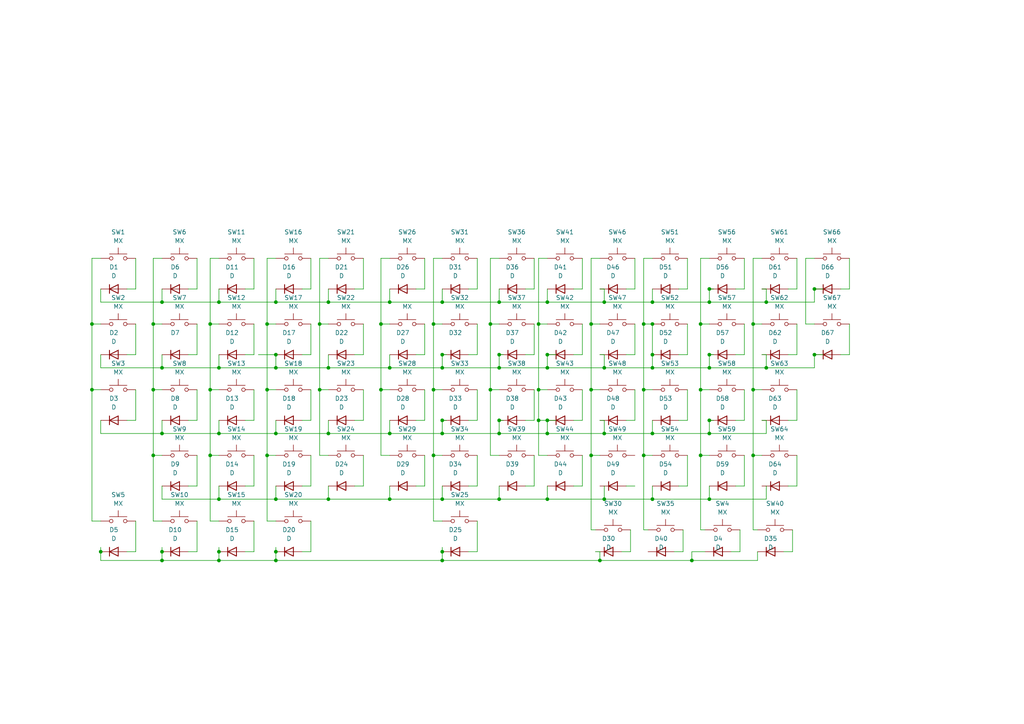
<source format=kicad_sch>
(kicad_sch (version 20231120) (generator "eeschema") (generator_version "8.0")
  (paper "A4")
  (junction (at 44.45 132.08))
  (junction (at 158.75 102.87))
  (junction (at 128.27 121.92))
  (junction (at 63.5 162.56))
  (junction (at 222.25 87.63))
  (junction (at 26.67 93.98))
  (junction (at 95.25 87.63))
  (junction (at 77.47 132.08))
  (junction (at 203.2 93.98))
  (junction (at 156.21 121.92))
  (junction (at 77.47 93.98))
  (junction (at 113.03 125.73))
  (junction (at 128.27 87.63))
  (junction (at 186.69 113.03))
  (junction (at 29.21 160.02))
  (junction (at 95.25 125.73))
  (junction (at 222.25 106.68))
  (junction (at 63.5 87.63))
  (junction (at 144.78 144.78))
  (junction (at 128.27 144.78))
  (junction (at 26.67 113.03))
  (junction (at 128.27 106.68))
  (junction (at 80.01 87.63))
  (junction (at 205.74 87.63))
  (junction (at 205.74 106.68))
  (junction (at 128.27 125.73))
  (junction (at 63.5 125.73))
  (junction (at 144.78 106.68))
  (junction (at 46.99 87.63))
  (junction (at 218.44 113.03))
  (junction (at 205.74 144.78))
  (junction (at 189.23 102.87))
  (junction (at 113.03 87.63))
  (junction (at 171.45 93.98))
  (junction (at 46.99 162.56))
  (junction (at 189.23 125.73))
  (junction (at 92.71 93.98))
  (junction (at 186.69 93.98))
  (junction (at 205.74 83.82))
  (junction (at 189.23 106.68))
  (junction (at 144.78 125.73))
  (junction (at 63.5 144.78))
  (junction (at 128.27 160.02))
  (junction (at 63.5 106.68))
  (junction (at 142.24 93.98))
  (junction (at 173.99 162.56))
  (junction (at 144.78 102.87))
  (junction (at 175.26 144.78))
  (junction (at 110.49 93.98))
  (junction (at 80.01 125.73))
  (junction (at 60.96 113.03))
  (junction (at 80.01 102.87))
  (junction (at 125.73 132.08))
  (junction (at 95.25 106.68))
  (junction (at 156.21 113.03))
  (junction (at 110.49 113.03))
  (junction (at 186.69 132.08))
  (junction (at 80.01 106.68))
  (junction (at 236.22 102.87))
  (junction (at 80.01 144.78))
  (junction (at 205.74 121.92))
  (junction (at 128.27 162.56))
  (junction (at 200.66 162.56))
  (junction (at 125.73 113.03))
  (junction (at 144.78 87.63))
  (junction (at 158.75 87.63))
  (junction (at 205.74 125.73))
  (junction (at 142.24 113.03))
  (junction (at 203.2 132.08))
  (junction (at 144.78 121.92))
  (junction (at 128.27 102.87))
  (junction (at 171.45 113.03))
  (junction (at 125.73 93.98))
  (junction (at 203.2 113.03))
  (junction (at 218.44 132.08))
  (junction (at 44.45 93.98))
  (junction (at 80.01 160.02))
  (junction (at 175.26 125.73))
  (junction (at 46.99 125.73))
  (junction (at 158.75 125.73))
  (junction (at 171.45 132.08))
  (junction (at 189.23 93.98))
  (junction (at 113.03 144.78))
  (junction (at 60.96 132.08))
  (junction (at 80.01 162.56))
  (junction (at 63.5 160.02))
  (junction (at 44.45 113.03))
  (junction (at 205.74 102.87))
  (junction (at 236.22 83.82))
  (junction (at 113.03 106.68))
  (junction (at 175.26 106.68))
  (junction (at 218.44 93.98))
  (junction (at 158.75 121.92))
  (junction (at 46.99 160.02))
  (junction (at 189.23 144.78))
  (junction (at 60.96 93.98))
  (junction (at 92.71 113.03))
  (junction (at 189.23 87.63))
  (junction (at 95.25 144.78))
  (junction (at 158.75 106.68))
  (junction (at 158.75 144.78))
  (junction (at 46.99 106.68))
  (junction (at 77.47 113.03))
  (junction (at 156.21 93.98))
  (junction (at 175.26 87.63))
  (wire (pts (xy 228.6 83.82) (xy 231.14 83.82)))
  (wire (pts (xy 144.78 106.68) (xy 128.27 106.68)))
  (wire (pts (xy 229.87 160.02) (xy 227.33 160.02)))
  (wire (pts (xy 128.27 121.92) (xy 129.54 121.92)))
  (wire (pts (xy 205.74 144.78) (xy 189.23 144.78)))
  (wire (pts (xy 173.99 162.56) (xy 173.99 160.02)))
  (wire (pts (xy 184.15 113.03) (xy 184.15 121.92)))
  (wire (pts (xy 189.23 83.82) (xy 189.23 87.63)))
  (wire (pts (xy 168.91 113.03) (xy 168.91 121.92)))
  (wire (pts (xy 77.47 132.08) (xy 80.01 132.08)))
  (wire (pts (xy 63.5 74.93) (xy 60.96 74.93)))
  (wire (pts (xy 54.61 83.82) (xy 57.15 83.82)))
  (wire (pts (xy 113.03 102.87) (xy 113.03 106.68)))
  (wire (pts (xy 44.45 113.03) (xy 44.45 132.08)))
  (wire (pts (xy 144.78 121.92) (xy 144.78 125.73)))
  (wire (pts (xy 158.75 121.92) (xy 158.75 125.73)))
  (wire (pts (xy 231.14 113.03) (xy 231.14 121.92)))
  (wire (pts (xy 186.69 153.67) (xy 187.96 153.67)))
  (wire (pts (xy 144.78 83.82) (xy 144.78 87.63)))
  (wire (pts (xy 90.17 151.13) (xy 90.17 160.02)))
  (wire (pts (xy 71.12 140.97) (xy 73.66 140.97)))
  (wire (pts (xy 77.47 93.98) (xy 77.47 113.03)))
  (wire (pts (xy 60.96 151.13) (xy 63.5 151.13)))
  (wire (pts (xy 46.99 106.68) (xy 29.21 106.68)))
  (wire (pts (xy 63.5 125.73) (xy 46.99 125.73)))
  (wire (pts (xy 44.45 132.08) (xy 44.45 151.13)))
  (wire (pts (xy 222.25 125.73) (xy 205.74 125.73)))
  (wire (pts (xy 125.73 132.08) (xy 128.27 132.08)))
  (wire (pts (xy 90.17 132.08) (xy 90.17 140.97)))
  (wire (pts (xy 166.37 102.87) (xy 168.91 102.87)))
  (wire (pts (xy 128.27 140.97) (xy 128.27 144.78)))
  (wire (pts (xy 171.45 132.08) (xy 171.45 153.67)))
  (wire (pts (xy 120.65 102.87) (xy 123.19 102.87)))
  (wire (pts (xy 80.01 106.68) (xy 63.5 106.68)))
  (wire (pts (xy 123.19 74.93) (xy 123.19 83.82)))
  (wire (pts (xy 158.75 144.78) (xy 144.78 144.78)))
  (wire (pts (xy 57.15 93.98) (xy 57.15 102.87)))
  (wire (pts (xy 73.66 113.03) (xy 73.66 121.92)))
  (wire (pts (xy 36.83 121.92) (xy 39.37 121.92)))
  (wire (pts (xy 236.22 102.87) (xy 238.76 102.87)))
  (wire (pts (xy 175.26 106.68) (xy 158.75 106.68)))
  (wire (pts (xy 156.21 93.98) (xy 158.75 93.98)))
  (wire (pts (xy 222.25 102.87) (xy 222.25 106.68)))
  (wire (pts (xy 218.44 113.03) (xy 218.44 132.08)))
  (wire (pts (xy 113.03 144.78) (xy 95.25 144.78)))
  (wire (pts (xy 71.12 102.87) (xy 73.66 102.87)))
  (wire (pts (xy 203.2 113.03) (xy 203.2 132.08)))
  (wire (pts (xy 243.84 102.87) (xy 246.38 102.87)))
  (wire (pts (xy 205.74 102.87) (xy 205.74 106.68)))
  (wire (pts (xy 128.27 158.75) (xy 128.27 160.02)))
  (wire (pts (xy 218.44 113.03) (xy 220.98 113.03)))
  (wire (pts (xy 173.99 74.93) (xy 171.45 74.93)))
  (wire (pts (xy 142.24 93.98) (xy 144.78 93.98)))
  (wire (pts (xy 95.25 106.68) (xy 80.01 106.68)))
  (wire (pts (xy 171.45 113.03) (xy 173.99 113.03)))
  (wire (pts (xy 77.47 74.93) (xy 77.47 93.98)))
  (wire (pts (xy 142.24 93.98) (xy 142.24 113.03)))
  (wire (pts (xy 44.45 74.93) (xy 44.45 93.98)))
  (wire (pts (xy 166.37 140.97) (xy 168.91 140.97)))
  (wire (pts (xy 63.5 158.75) (xy 63.5 160.02)))
  (wire (pts (xy 144.78 102.87) (xy 146.05 102.87)))
  (wire (pts (xy 189.23 121.92) (xy 189.23 125.73)))
  (wire (pts (xy 215.9 74.93) (xy 215.9 83.82)))
  (wire (pts (xy 60.96 132.08) (xy 60.96 151.13)))
  (wire (pts (xy 152.4 102.87) (xy 154.94 102.87)))
  (wire (pts (xy 123.19 113.03) (xy 123.19 121.92)))
  (wire (pts (xy 222.25 144.78) (xy 205.74 144.78)))
  (wire (pts (xy 175.26 87.63) (xy 158.75 87.63)))
  (wire (pts (xy 184.15 93.98) (xy 184.15 102.87)))
  (wire (pts (xy 228.6 121.92) (xy 231.14 121.92)))
  (wire (pts (xy 142.24 74.93) (xy 142.24 93.98)))
  (wire (pts (xy 80.01 87.63) (xy 63.5 87.63)))
  (wire (pts (xy 218.44 93.98) (xy 218.44 113.03)))
  (wire (pts (xy 26.67 74.93) (xy 26.67 93.98)))
  (wire (pts (xy 166.37 83.82) (xy 168.91 83.82)))
  (wire (pts (xy 203.2 93.98) (xy 203.2 113.03)))
  (wire (pts (xy 171.45 113.03) (xy 171.45 132.08)))
  (wire (pts (xy 205.74 140.97) (xy 205.74 144.78)))
  (wire (pts (xy 138.43 74.93) (xy 138.43 83.82)))
  (wire (pts (xy 44.45 93.98) (xy 44.45 113.03)))
  (wire (pts (xy 46.99 102.87) (xy 46.99 106.68)))
  (wire (pts (xy 196.85 121.92) (xy 199.39 121.92)))
  (wire (pts (xy 92.71 132.08) (xy 95.25 132.08)))
  (wire (pts (xy 125.73 74.93) (xy 125.73 93.98)))
  (wire (pts (xy 44.45 151.13) (xy 46.99 151.13)))
  (wire (pts (xy 128.27 87.63) (xy 113.03 87.63)))
  (wire (pts (xy 113.03 140.97) (xy 113.03 144.78)))
  (wire (pts (xy 125.73 113.03) (xy 128.27 113.03)))
  (wire (pts (xy 231.14 93.98) (xy 231.14 102.87)))
  (wire (pts (xy 205.74 125.73) (xy 189.23 125.73)))
  (wire (pts (xy 71.12 160.02) (xy 73.66 160.02)))
  (wire (pts (xy 156.21 113.03) (xy 156.21 121.92)))
  (wire (pts (xy 128.27 106.68) (xy 113.03 106.68)))
  (wire (pts (xy 46.99 158.75) (xy 46.99 160.02)))
  (wire (pts (xy 80.01 102.87) (xy 80.01 106.68)))
  (wire (pts (xy 156.21 132.08) (xy 158.75 132.08)))
  (wire (pts (xy 92.71 74.93) (xy 92.71 93.98)))
  (wire (pts (xy 77.47 132.08) (xy 77.47 151.13)))
  (wire (pts (xy 57.15 151.13) (xy 57.15 160.02)))
  (wire (pts (xy 128.27 83.82) (xy 128.27 87.63)))
  (wire (pts (xy 125.73 113.03) (xy 125.73 132.08)))
  (wire (pts (xy 220.98 121.92) (xy 222.25 121.92)))
  (wire (pts (xy 236.22 83.82) (xy 236.22 87.63)))
  (wire (pts (xy 181.61 121.92) (xy 184.15 121.92)))
  (wire (pts (xy 199.39 113.03) (xy 199.39 121.92)))
  (wire (pts (xy 39.37 74.93) (xy 39.37 83.82)))
  (wire (pts (xy 110.49 93.98) (xy 110.49 113.03)))
  (wire (pts (xy 44.45 132.08) (xy 46.99 132.08)))
  (wire (pts (xy 228.6 102.87) (xy 231.14 102.87)))
  (wire (pts (xy 218.44 132.08) (xy 220.98 132.08)))
  (wire (pts (xy 113.03 74.93) (xy 110.49 74.93)))
  (wire (pts (xy 125.73 93.98) (xy 128.27 93.98)))
  (wire (pts (xy 196.85 83.82) (xy 199.39 83.82)))
  (wire (pts (xy 200.66 162.56) (xy 219.71 162.56)))
  (wire (pts (xy 80.01 162.56) (xy 128.27 162.56)))
  (wire (pts (xy 222.25 121.92) (xy 222.25 125.73)))
  (wire (pts (xy 144.78 140.97) (xy 144.78 144.78)))
  (wire (pts (xy 189.23 106.68) (xy 175.26 106.68)))
  (wire (pts (xy 125.73 151.13) (xy 128.27 151.13)))
  (wire (pts (xy 236.22 106.68) (xy 222.25 106.68)))
  (wire (pts (xy 80.01 158.75) (xy 80.01 160.02)))
  (wire (pts (xy 80.01 74.93) (xy 77.47 74.93)))
  (wire (pts (xy 214.63 153.67) (xy 214.63 160.02)))
  (wire (pts (xy 243.84 83.82) (xy 246.38 83.82)))
  (wire (pts (xy 128.27 162.56) (xy 173.99 162.56)))
  (wire (pts (xy 92.71 113.03) (xy 95.25 113.03)))
  (wire (pts (xy 57.15 132.08) (xy 57.15 140.97)))
  (wire (pts (xy 135.89 121.92) (xy 138.43 121.92)))
  (wire (pts (xy 236.22 87.63) (xy 222.25 87.63)))
  (wire (pts (xy 142.24 113.03) (xy 142.24 132.08)))
  (wire (pts (xy 189.23 125.73) (xy 175.26 125.73)))
  (wire (pts (xy 60.96 113.03) (xy 60.96 132.08)))
  (wire (pts (xy 152.4 121.92) (xy 154.94 121.92)))
  (wire (pts (xy 156.21 121.92) (xy 156.21 132.08)))
  (wire (pts (xy 105.41 113.03) (xy 105.41 121.92)))
  (wire (pts (xy 26.67 93.98) (xy 29.21 93.98)))
  (wire (pts (xy 231.14 132.08) (xy 231.14 140.97)))
  (wire (pts (xy 218.44 153.67) (xy 219.71 153.67)))
  (wire (pts (xy 186.69 93.98) (xy 186.69 113.03)))
  (wire (pts (xy 90.17 74.93) (xy 90.17 83.82)))
  (wire (pts (xy 135.89 102.87) (xy 138.43 102.87)))
  (wire (pts (xy 205.74 87.63) (xy 189.23 87.63)))
  (wire (pts (xy 138.43 160.02) (xy 138.43 151.13)))
  (wire (pts (xy 173.99 83.82) (xy 175.26 83.82)))
  (wire (pts (xy 128.27 74.93) (xy 125.73 74.93)))
  (wire (pts (xy 63.5 106.68) (xy 46.99 106.68)))
  (wire (pts (xy 44.45 93.98) (xy 46.99 93.98)))
  (wire (pts (xy 203.2 93.98) (xy 205.74 93.98)))
  (wire (pts (xy 46.99 160.02) (xy 46.99 162.56)))
  (wire (pts (xy 95.25 121.92) (xy 95.25 125.73)))
  (wire (pts (xy 186.69 113.03) (xy 186.69 132.08)))
  (wire (pts (xy 123.19 93.98) (xy 123.19 102.87)))
  (wire (pts (xy 46.99 140.97) (xy 46.99 144.78)))
  (wire (pts (xy 113.03 125.73) (xy 95.25 125.73)))
  (wire (pts (xy 128.27 102.87) (xy 129.54 102.87)))
  (wire (pts (xy 246.38 93.98) (xy 246.38 102.87)))
  (wire (pts (xy 236.22 102.87) (xy 236.22 106.68)))
  (wire (pts (xy 158.75 74.93) (xy 156.21 74.93)))
  (wire (pts (xy 220.98 74.93) (xy 218.44 74.93)))
  (wire (pts (xy 171.45 74.93) (xy 171.45 93.98)))
  (wire (pts (xy 220.98 102.87) (xy 222.25 102.87)))
  (wire (pts (xy 63.5 162.56) (xy 46.99 162.56)))
  (wire (pts (xy 110.49 74.93) (xy 110.49 93.98)))
  (wire (pts (xy 39.37 93.98) (xy 39.37 102.87)))
  (wire (pts (xy 95.25 74.93) (xy 92.71 74.93)))
  (wire (pts (xy 46.99 162.56) (xy 29.21 162.56)))
  (wire (pts (xy 154.94 132.08) (xy 154.94 140.97)))
  (wire (pts (xy 63.5 102.87) (xy 63.5 106.68)))
  (wire (pts (xy 186.69 74.93) (xy 186.69 93.98)))
  (wire (pts (xy 175.26 83.82) (xy 175.26 87.63)))
  (wire (pts (xy 54.61 160.02) (xy 57.15 160.02)))
  (wire (pts (xy 54.61 102.87) (xy 57.15 102.87)))
  (wire (pts (xy 60.96 113.03) (xy 63.5 113.03)))
  (wire (pts (xy 71.12 83.82) (xy 73.66 83.82)))
  (wire (pts (xy 173.99 160.02) (xy 172.72 160.02)))
  (wire (pts (xy 189.23 93.98) (xy 189.23 102.87)))
  (wire (pts (xy 142.24 132.08) (xy 144.78 132.08)))
  (wire (pts (xy 198.12 153.67) (xy 198.12 160.02)))
  (wire (pts (xy 182.88 153.67) (xy 182.88 160.02)))
  (wire (pts (xy 181.61 102.87) (xy 184.15 102.87)))
  (wire (pts (xy 236.22 83.82) (xy 238.76 83.82)))
  (wire (pts (xy 219.71 160.02) (xy 219.71 162.56)))
  (wire (pts (xy 120.65 121.92) (xy 123.19 121.92)))
  (wire (pts (xy 214.63 160.02) (xy 212.09 160.02)))
  (wire (pts (xy 231.14 74.93) (xy 231.14 83.82)))
  (wire (pts (xy 171.45 153.67) (xy 172.72 153.67)))
  (wire (pts (xy 80.01 144.78) (xy 63.5 144.78)))
  (wire (pts (xy 213.36 102.87) (xy 215.9 102.87)))
  (wire (pts (xy 46.99 87.63) (xy 29.21 87.63)))
  (wire (pts (xy 158.75 140.97) (xy 158.75 144.78)))
  (wire (pts (xy 63.5 160.02) (xy 63.5 162.56)))
  (wire (pts (xy 181.61 83.82) (xy 184.15 83.82)))
  (wire (pts (xy 135.89 83.82) (xy 138.43 83.82)))
  (wire (pts (xy 128.27 102.87) (xy 128.27 106.68)))
  (wire (pts (xy 200.66 160.02) (xy 204.47 160.02)))
  (wire (pts (xy 220.98 83.82) (xy 222.25 83.82)))
  (wire (pts (xy 175.26 140.97) (xy 175.26 144.78)))
  (wire (pts (xy 218.44 74.93) (xy 218.44 93.98)))
  (wire (pts (xy 29.21 106.68) (xy 29.21 102.87)))
  (wire (pts (xy 125.73 93.98) (xy 125.73 113.03)))
  (wire (pts (xy 73.66 132.08) (xy 73.66 140.97)))
  (wire (pts (xy 198.12 160.02) (xy 195.58 160.02)))
  (wire (pts (xy 203.2 153.67) (xy 204.47 153.67)))
  (wire (pts (xy 63.5 87.63) (xy 46.99 87.63)))
  (wire (pts (xy 60.96 93.98) (xy 63.5 93.98)))
  (wire (pts (xy 54.61 140.97) (xy 57.15 140.97)))
  (wire (pts (xy 95.25 144.78) (xy 80.01 144.78)))
  (wire (pts (xy 181.61 140.97) (xy 184.15 140.97)))
  (wire (pts (xy 158.75 83.82) (xy 158.75 87.63)))
  (wire (pts (xy 205.74 121.92) (xy 205.74 125.73)))
  (wire (pts (xy 213.36 83.82) (xy 215.9 83.82)))
  (wire (pts (xy 80.01 160.02) (xy 80.01 162.56)))
  (wire (pts (xy 218.44 132.08) (xy 218.44 153.67)))
  (wire (pts (xy 144.78 74.93) (xy 142.24 74.93)))
  (wire (pts (xy 46.99 125.73) (xy 29.21 125.73)))
  (wire (pts (xy 95.25 125.73) (xy 80.01 125.73)))
  (wire (pts (xy 142.24 113.03) (xy 144.78 113.03)))
  (wire (pts (xy 113.03 87.63) (xy 95.25 87.63)))
  (wire (pts (xy 196.85 102.87) (xy 199.39 102.87)))
  (wire (pts (xy 36.83 83.82) (xy 39.37 83.82)))
  (wire (pts (xy 222.25 140.97) (xy 222.25 144.78)))
  (wire (pts (xy 182.88 160.02) (xy 180.34 160.02)))
  (wire (pts (xy 166.37 121.92) (xy 168.91 121.92)))
  (wire (pts (xy 113.03 83.82) (xy 113.03 87.63)))
  (wire (pts (xy 74.93 102.87) (xy 80.01 102.87)))
  (wire (pts (xy 128.27 144.78) (xy 113.03 144.78)))
  (wire (pts (xy 213.36 140.97) (xy 215.9 140.97)))
  (wire (pts (xy 218.44 93.98) (xy 220.98 93.98)))
  (wire (pts (xy 189.23 74.93) (xy 186.69 74.93)))
  (wire (pts (xy 105.41 74.93) (xy 105.41 83.82)))
  (wire (pts (xy 110.49 93.98) (xy 113.03 93.98)))
  (wire (pts (xy 175.26 102.87) (xy 175.26 106.68)))
  (wire (pts (xy 128.27 160.02) (xy 128.27 162.56)))
  (wire (pts (xy 110.49 132.08) (xy 113.03 132.08)))
  (wire (pts (xy 173.99 121.92) (xy 175.26 121.92)))
  (wire (pts (xy 144.78 125.73) (xy 128.27 125.73)))
  (wire (pts (xy 158.75 121.92) (xy 161.29 121.92)))
  (wire (pts (xy 80.01 125.73) (xy 63.5 125.73)))
  (wire (pts (xy 156.21 93.98) (xy 156.21 113.03)))
  (wire (pts (xy 138.43 93.98) (xy 138.43 102.87)))
  (wire (pts (xy 92.71 93.98) (xy 92.71 113.03)))
  (wire (pts (xy 26.67 113.03) (xy 26.67 151.13)))
  (wire (pts (xy 215.9 132.08) (xy 215.9 140.97)))
  (wire (pts (xy 215.9 113.03) (xy 215.9 121.92)))
  (wire (pts (xy 95.25 140.97) (xy 95.25 144.78)))
  (wire (pts (xy 171.45 93.98) (xy 171.45 113.03)))
  (wire (pts (xy 135.89 160.02) (xy 138.43 160.02)))
  (wire (pts (xy 63.5 144.78) (xy 46.99 144.78)))
  (wire (pts (xy 80.01 83.82) (xy 80.01 87.63)))
  (wire (pts (xy 80.01 121.92) (xy 80.01 125.73)))
  (wire (pts (xy 87.63 83.82) (xy 90.17 83.82)))
  (wire (pts (xy 102.87 121.92) (xy 105.41 121.92)))
  (wire (pts (xy 39.37 113.03) (xy 39.37 121.92)))
  (wire (pts (xy 110.49 113.03) (xy 110.49 132.08)))
  (wire (pts (xy 156.21 74.93) (xy 156.21 93.98)))
  (wire (pts (xy 203.2 74.93) (xy 203.2 93.98)))
  (wire (pts (xy 39.37 151.13) (xy 39.37 160.02)))
  (wire (pts (xy 105.41 93.98) (xy 105.41 102.87)))
  (wire (pts (xy 199.39 132.08) (xy 199.39 140.97)))
  (wire (pts (xy 63.5 140.97) (xy 63.5 144.78)))
  (wire (pts (xy 36.83 160.02) (xy 39.37 160.02)))
  (wire (pts (xy 87.63 121.92) (xy 90.17 121.92)))
  (wire (pts (xy 123.19 132.08) (xy 123.19 140.97)))
  (wire (pts (xy 57.15 74.93) (xy 57.15 83.82)))
  (wire (pts (xy 205.74 83.82) (xy 207.01 83.82)))
  (wire (pts (xy 46.99 121.92) (xy 46.99 125.73)))
  (wire (pts (xy 173.99 162.56) (xy 200.66 162.56)))
  (wire (pts (xy 205.74 106.68) (xy 189.23 106.68)))
  (wire (pts (xy 173.99 102.87) (xy 175.26 102.87)))
  (wire (pts (xy 60.96 132.08) (xy 63.5 132.08)))
  (wire (pts (xy 175.26 121.92) (xy 175.26 125.73)))
  (wire (pts (xy 87.63 140.97) (xy 90.17 140.97)))
  (wire (pts (xy 77.47 113.03) (xy 80.01 113.03)))
  (wire (pts (xy 144.78 102.87) (xy 144.78 106.68)))
  (wire (pts (xy 87.63 160.02) (xy 90.17 160.02)))
  (wire (pts (xy 168.91 93.98) (xy 168.91 102.87)))
  (wire (pts (xy 222.25 106.68) (xy 205.74 106.68)))
  (wire (pts (xy 57.15 113.03) (xy 57.15 121.92)))
  (wire (pts (xy 175.26 144.78) (xy 158.75 144.78)))
  (wire (pts (xy 154.94 74.93) (xy 154.94 83.82)))
  (wire (pts (xy 29.21 74.93) (xy 26.67 74.93)))
  (wire (pts (xy 110.49 113.03) (xy 113.03 113.03)))
  (wire (pts (xy 158.75 87.63) (xy 144.78 87.63)))
  (wire (pts (xy 63.5 83.82) (xy 63.5 87.63)))
  (wire (pts (xy 144.78 87.63) (xy 128.27 87.63)))
  (wire (pts (xy 113.03 106.68) (xy 95.25 106.68)))
  (wire (pts (xy 113.03 121.92) (xy 113.03 125.73)))
  (wire (pts (xy 63.5 121.92) (xy 63.5 125.73)))
  (wire (pts (xy 215.9 93.98) (xy 215.9 102.87)))
  (wire (pts (xy 46.99 74.93) (xy 44.45 74.93)))
  (wire (pts (xy 196.85 140.97) (xy 199.39 140.97)))
  (wire (pts (xy 229.87 153.67) (xy 229.87 160.02)))
  (wire (pts (xy 60.96 93.98) (xy 60.96 113.03)))
  (wire (pts (xy 186.69 132.08) (xy 186.69 153.67)))
  (wire (pts (xy 168.91 74.93) (xy 168.91 83.82)))
  (wire (pts (xy 171.45 93.98) (xy 173.99 93.98)))
  (wire (pts (xy 222.25 87.63) (xy 205.74 87.63)))
  (wire (pts (xy 158.75 125.73) (xy 144.78 125.73)))
  (wire (pts (xy 189.23 102.87) (xy 189.23 106.68)))
  (wire (pts (xy 189.23 144.78) (xy 175.26 144.78)))
  (wire (pts (xy 87.63 102.87) (xy 90.17 102.87)))
  (wire (pts (xy 44.45 113.03) (xy 46.99 113.03)))
  (wire (pts (xy 60.96 74.93) (xy 60.96 93.98)))
  (wire (pts (xy 120.65 83.82) (xy 123.19 83.82)))
  (wire (pts (xy 102.87 83.82) (xy 105.41 83.82)))
  (wire (pts (xy 152.4 140.97) (xy 154.94 140.97)))
  (wire (pts (xy 125.73 132.08) (xy 125.73 151.13)))
  (wire (pts (xy 203.2 132.08) (xy 205.74 132.08)))
  (wire (pts (xy 95.25 83.82) (xy 95.25 87.63)))
  (wire (pts (xy 154.94 113.03) (xy 154.94 121.92)))
  (wire (pts (xy 154.94 93.98) (xy 154.94 102.87)))
  (wire (pts (xy 95.25 87.63) (xy 80.01 87.63)))
  (wire (pts (xy 102.87 140.97) (xy 105.41 140.97)))
  (wire (pts (xy 186.69 93.98) (xy 189.23 93.98)))
  (wire (pts (xy 199.39 74.93) (xy 199.39 83.82)))
  (wire (pts (xy 168.91 132.08) (xy 168.91 140.97)))
  (wire (pts (xy 80.01 140.97) (xy 80.01 144.78)))
  (wire (pts (xy 54.61 121.92) (xy 57.15 121.92)))
  (wire (pts (xy 158.75 102.87) (xy 161.29 102.87)))
  (wire (pts (xy 171.45 132.08) (xy 173.99 132.08)))
  (wire (pts (xy 95.25 102.87) (xy 95.25 106.68)))
  (wire (pts (xy 156.21 113.03) (xy 158.75 113.03)))
  (wire (pts (xy 138.43 132.08) (xy 138.43 140.97)))
  (wire (pts (xy 228.6 140.97) (xy 231.14 140.97)))
  (wire (pts (xy 203.2 132.08) (xy 203.2 153.67)))
  (wire (pts (xy 213.36 121.92) (xy 215.9 121.92)))
  (wire (pts (xy 205.74 102.87) (xy 207.01 102.87)))
  (wire (pts (xy 77.47 93.98) (xy 80.01 93.98)))
  (wire (pts (xy 205.74 74.93) (xy 203.2 74.93)))
  (wire (pts (xy 144.78 121.92) (xy 146.05 121.92)))
  (wire (pts (xy 184.15 74.93) (xy 184.15 83.82)))
  (wire (pts (xy 105.41 132.08) (xy 105.41 140.97)))
  (wire (pts (xy 73.66 74.93) (xy 73.66 83.82)))
  (wire (pts (xy 46.99 83.82) (xy 46.99 87.63)))
  (wire (pts (xy 203.2 113.03) (xy 205.74 113.03)))
  (wire (pts (xy 92.71 93.98) (xy 95.25 93.98)))
  (wire (pts (xy 186.69 132.08) (xy 189.23 132.08)))
  (wire (pts (xy 152.4 83.82) (xy 154.94 83.82)))
  (wire (pts (xy 71.12 121.92) (xy 73.66 121.92)))
  (wire (pts (xy 29.21 125.73) (xy 29.21 121.92)))
  (wire (pts (xy 246.38 74.93) (xy 246.38 83.82)))
  (wire (pts (xy 233.68 74.93) (xy 233.68 93.98)))
  (wire (pts (xy 36.83 102.87) (xy 39.37 102.87)))
  (wire (pts (xy 29.21 160.02) (xy 29.21 158.75)))
  (wire (pts (xy 77.47 113.03) (xy 77.47 132.08)))
  (wire (pts (xy 135.89 140.97) (xy 138.43 140.97)))
  (wire (pts (xy 186.69 113.03) (xy 189.23 113.03)))
  (wire (pts (xy 233.68 93.98) (xy 236.22 93.98)))
  (wire (pts (xy 205.74 121.92) (xy 207.01 121.92)))
  (wire (pts (xy 138.43 113.03) (xy 138.43 121.92)))
  (wire (pts (xy 120.65 140.97) (xy 123.19 140.97)))
  (wire (pts (xy 26.67 113.03) (xy 29.21 113.03)))
  (wire (pts (xy 80.01 162.56) (xy 63.5 162.56)))
  (wire (pts (xy 156.21 121.92) (xy 158.75 121.92)))
  (wire (pts (xy 77.47 151.13) (xy 80.01 151.13)))
  (wire (pts (xy 189.23 140.97) (xy 189.23 144.78)))
  (wire (pts (xy 29.21 162.56) (xy 29.21 160.02)))
  (wire (pts (xy 73.66 151.13) (xy 73.66 160.02)))
  (wire (pts (xy 158.75 102.87) (xy 158.75 106.68)))
  (wire (pts (xy 128.27 125.73) (xy 113.03 125.73)))
  (wire (pts (xy 205.74 83.82) (xy 205.74 87.63)))
  (wire (pts (xy 128.27 121.92) (xy 128.27 125.73)))
  (wire (pts (xy 200.66 162.56) (xy 200.66 160.02)))
  (wire (pts (xy 158.75 106.68) (xy 144.78 106.68)))
  (wire (pts (xy 189.23 87.63) (xy 175.26 87.63)))
  (wire (pts (xy 73.66 93.98) (xy 73.66 102.87)))
  (wire (pts (xy 92.71 113.03) (xy 92.71 132.08)))
  (wire (pts (xy 199.39 93.98) (xy 199.39 102.87)))
  (wire (pts (xy 144.78 144.78) (xy 128.27 144.78)))
  (wire (pts (xy 236.22 74.93) (xy 233.68 74.93)))
  (wire (pts (xy 26.67 93.98) (xy 26.67 113.03)))
  (wire (pts (xy 90.17 93.98) (xy 90.17 102.87)))
  (wire (pts (xy 102.87 102.87) (xy 105.41 102.87)))
  (wire (pts (xy 222.25 83.82) (xy 222.25 87.63)))
  (wire (pts (xy 29.21 87.63) (xy 29.21 83.82)))
  (wire (pts (xy 26.67 151.13) (xy 29.21 151.13)))
  (wire (pts (xy 90.17 113.03) (xy 90.17 121.92)))
  (wire (pts (xy 175.26 125.73) (xy 158.75 125.73)))
  (symbol (lib_id "Switch:SW_Push") (at 133.35 113.03 0) (unit 1)
    (property "Reference" "SW33" (at 133.35 105.41 0))
    (property "Value" "MX" (at 133.35 107.95 0))
    (property "Description" "Push button switch, generic, two pins" (effects (hide yes)))
  )
  (symbol (lib_id "Switch:SW_Push") (at 68.58 74.93 0) (unit 1)
    (property "Reference" "SW11" (at 68.58 67.31 0))
    (property "Value" "MX" (at 68.58 69.85 0))
    (property "Description" "Push button switch, generic, two pins" (effects (hide yes)))
  )
  (symbol (lib_id "Device:D") (at 224.79 83.82 0) (unit 1)
    (property "Reference" "D61" (at 224.79 77.47 0))
    (property "Value" "D" (at 224.79 80.01 0))
    (property "Description" "Diode" (effects (hide yes)))
    (property "Sim.Device" "D" (effects (hide yes)))
    (property "Sim.Pins" "1=K 2=A" (effects (hide yes)))
  )
  (symbol (lib_id "Device:D") (at 148.59 102.87 0) (unit 1)
    (property "Reference" "D37" (at 148.59 96.52 0))
    (property "Value" "D" (at 148.59 99.06 0))
    (property "Description" "Diode" (effects (hide yes)))
    (property "Sim.Device" "D" (effects (hide yes)))
    (property "Sim.Pins" "1=K 2=A" (effects (hide yes)))
  )
  (symbol (lib_id "Switch:SW_Push") (at 68.58 93.98 0) (unit 1)
    (property "Reference" "SW12" (at 68.58 86.36 0))
    (property "Value" "MX" (at 68.58 88.9 0))
    (property "Description" "Push button switch, generic, two pins" (effects (hide yes)))
  )
  (symbol (lib_id "Switch:SW_Push") (at 179.07 113.03 0) (unit 1)
    (property "Reference" "SW48" (at 179.07 105.41 0))
    (property "Value" "MX" (at 179.07 107.95 0))
    (property "Description" "Push button switch, generic, two pins" (effects (hide yes)))
  )
  (symbol (lib_id "Switch:SW_Push") (at 118.11 132.08 0) (unit 1)
    (property "Reference" "SW29" (at 118.11 124.46 0))
    (property "Value" "MX" (at 118.11 127 0))
    (property "Description" "Push button switch, generic, two pins" (effects (hide yes)))
  )
  (symbol (lib_id "Switch:SW_Push") (at 194.31 113.03 0) (unit 1)
    (property "Reference" "SW53" (at 194.31 105.41 0))
    (property "Value" "MX" (at 194.31 107.95 0))
    (property "Description" "Push button switch, generic, two pins" (effects (hide yes)))
  )
  (symbol (lib_id "Device:D") (at 209.55 140.97 0) (unit 1)
    (property "Reference" "D59" (at 209.55 134.62 0))
    (property "Value" "D" (at 209.55 137.16 0))
    (property "Description" "Diode" (effects (hide yes)))
    (property "Sim.Device" "D" (effects (hide yes)))
    (property "Sim.Pins" "1=K 2=A" (effects (hide yes)))
  )
  (symbol (lib_id "Switch:SW_Push") (at 52.07 113.03 0) (unit 1)
    (property "Reference" "SW8" (at 52.07 105.41 0))
    (property "Value" "MX" (at 52.07 107.95 0))
    (property "Description" "Push button switch, generic, two pins" (effects (hide yes)))
  )
  (symbol (lib_id "Device:D") (at 162.56 102.87 0) (unit 1)
    (property "Reference" "D42" (at 162.56 96.52 0))
    (property "Value" "D" (at 162.56 99.06 0))
    (property "Description" "Diode" (effects (hide yes)))
    (property "Sim.Device" "D" (effects (hide yes)))
    (property "Sim.Pins" "1=K 2=A" (effects (hide yes)))
  )
  (symbol (lib_id "Device:D") (at 116.84 140.97 0) (unit 1)
    (property "Reference" "D29" (at 116.84 134.62 0))
    (property "Value" "D" (at 116.84 137.16 0))
    (property "Description" "Diode" (effects (hide yes)))
    (property "Sim.Device" "D" (effects (hide yes)))
    (property "Sim.Pins" "1=K 2=A" (effects (hide yes)))
  )
  (symbol (lib_id "Device:D") (at 33.02 160.02 0) (unit 1)
    (property "Reference" "D5" (at 33.02 153.67 0))
    (property "Value" "D" (at 33.02 156.21 0))
    (property "Description" "Diode" (effects (hide yes)))
    (property "Sim.Device" "D" (effects (hide yes)))
    (property "Sim.Pins" "1=K 2=A" (effects (hide yes)))
  )
  (symbol (lib_id "Switch:SW_Push") (at 85.09 113.03 0) (unit 1)
    (property "Reference" "SW18" (at 85.09 105.41 0))
    (property "Value" "MX" (at 85.09 107.95 0))
    (property "Description" "Push button switch, generic, two pins" (effects (hide yes)))
  )
  (symbol (lib_id "Device:D") (at 208.28 160.02 0) (unit 1)
    (property "Reference" "D4" (at 208.28 156.21 0))
    (property "Value" "D" (at 208.28 158.75 0))
    (property "Description" "Diode" (effects (hide yes)))
    (property "Sim.Device" "D" (effects (hide yes)))
    (property "Sim.Pins" "1=K 2=A" (effects (hide yes)))
  )
  (symbol (lib_id "Device:D") (at 116.84 102.87 0) (unit 1)
    (property "Reference" "D27" (at 116.84 96.52 0))
    (property "Value" "D" (at 116.84 99.06 0))
    (property "Description" "Diode" (effects (hide yes)))
    (property "Sim.Device" "D" (effects (hide yes)))
    (property "Sim.Pins" "1=K 2=A" (effects (hide yes)))
  )
  (symbol (lib_id "Device:D") (at 162.56 121.92 0) (unit 1)
    (property "Reference" "D43" (at 162.56 115.57 0))
    (property "Value" "D" (at 162.56 118.11 0))
    (property "Description" "Diode" (effects (hide yes)))
    (property "Sim.Device" "D" (effects (hide yes)))
    (property "Sim.Pins" "1=K 2=A" (effects (hide yes)))
  )
  (symbol (lib_id "Switch:SW_Push") (at 226.06 74.93 0) (unit 1)
    (property "Reference" "SW61" (at 226.06 67.31 0))
    (property "Value" "MX" (at 226.06 69.85 0))
    (property "Description" "Push button switch, generic, two pins" (effects (hide yes)))
  )
  (symbol (lib_id "Switch:SW_Push") (at 179.07 132.08 0) (unit 1)
    (property "Reference" "SW49" (at 179.07 124.46 0))
    (property "Value" "MX" (at 179.07 127 0))
    (property "Description" "Push button switch, generic, two pins" (effects (hide yes)))
  )
  (symbol (lib_id "Switch:SW_Push") (at 179.07 74.93 0) (unit 1)
    (property "Reference" "SW46" (at 179.07 67.31 0))
    (property "Value" "MX" (at 179.07 69.85 0))
    (property "Description" "Push button switch, generic, two pins" (effects (hide yes)))
  )
  (symbol (lib_id "Device:D") (at 162.56 140.97 0) (unit 1)
    (property "Reference" "D44" (at 162.56 134.62 0))
    (property "Value" "D" (at 162.56 137.16 0))
    (property "Description" "Diode" (effects (hide yes)))
    (property "Sim.Device" "D" (effects (hide yes)))
    (property "Sim.Pins" "1=K 2=A" (effects (hide yes)))
  )
  (symbol (lib_id "Device:D") (at 193.04 140.97 0) (unit 1)
    (property "Reference" "D54" (at 193.04 134.62 0))
    (property "Value" "D" (at 193.04 137.16 0))
    (property "Description" "Diode" (effects (hide yes)))
    (property "Sim.Device" "D" (effects (hide yes)))
    (property "Sim.Pins" "1=K 2=A" (effects (hide yes)))
  )
  (symbol (lib_id "Switch:SW_Push") (at 241.3 74.93 0) (unit 1)
    (property "Reference" "SW66" (at 241.3 67.31 0))
    (property "Value" "MX" (at 241.3 69.85 0))
    (property "Description" "Push button switch, generic, two pins" (effects (hide yes)))
  )
  (symbol (lib_id "Switch:SW_Push") (at 149.86 74.93 0) (unit 1)
    (property "Reference" "SW36" (at 149.86 67.31 0))
    (property "Value" "MX" (at 149.86 69.85 0))
    (property "Description" "Push button switch, generic, two pins" (effects (hide yes)))
  )
  (symbol (lib_id "Device:D") (at 83.82 121.92 0) (unit 1)
    (property "Reference" "D18" (at 83.82 115.57 0))
    (property "Value" "D" (at 83.82 118.11 0))
    (property "Description" "Diode" (effects (hide yes)))
    (property "Sim.Device" "D" (effects (hide yes)))
    (property "Sim.Pins" "1=K 2=A" (effects (hide yes)))
  )
  (symbol (lib_id "Switch:SW_Push") (at 100.33 93.98 0) (unit 1)
    (property "Reference" "SW22" (at 100.33 86.36 0))
    (property "Value" "MX" (at 100.33 88.9 0))
    (property "Description" "Push button switch, generic, two pins" (effects (hide yes)))
  )
  (symbol (lib_id "Device:D") (at 132.08 83.82 0) (unit 1)
    (property "Reference" "D31" (at 132.08 77.47 0))
    (property "Value" "D" (at 132.08 80.01 0))
    (property "Description" "Diode" (effects (hide yes)))
    (property "Sim.Device" "D" (effects (hide yes)))
    (property "Sim.Pins" "1=K 2=A" (effects (hide yes)))
  )
  (symbol (lib_id "Switch:SW_Push") (at 133.35 74.93 0) (unit 1)
    (property "Reference" "SW31" (at 133.35 67.31 0))
    (property "Value" "MX" (at 133.35 69.85 0))
    (property "Description" "Push button switch, generic, two pins" (effects (hide yes)))
  )
  (symbol (lib_id "Device:D") (at 177.8 102.87 0) (unit 1)
    (property "Reference" "D47" (at 177.8 96.52 0))
    (property "Value" "D" (at 177.8 99.06 0))
    (property "Description" "Diode" (effects (hide yes)))
    (property "Sim.Device" "D" (effects (hide yes)))
    (property "Sim.Pins" "1=K 2=A" (effects (hide yes)))
  )
  (symbol (lib_id "Switch:SW_Push") (at 179.07 93.98 0) (unit 1)
    (property "Reference" "SW47" (at 179.07 86.36 0))
    (property "Value" "MX" (at 179.07 88.9 0))
    (property "Description" "Push button switch, generic, two pins" (effects (hide yes)))
  )
  (symbol (lib_id "Device:D") (at 132.08 121.92 0) (unit 1)
    (property "Reference" "D33" (at 132.08 115.57 0))
    (property "Value" "D" (at 132.08 118.11 0))
    (property "Description" "Diode" (effects (hide yes)))
    (property "Sim.Device" "D" (effects (hide yes)))
    (property "Sim.Pins" "1=K 2=A" (effects (hide yes)))
  )
  (symbol (lib_id "Switch:SW_Push") (at 163.83 132.08 0) (unit 1)
    (property "Reference" "SW44" (at 163.83 124.46 0))
    (property "Value" "MX" (at 163.83 127 0))
    (property "Description" "Push button switch, generic, two pins" (effects (hide yes)))
  )
  (symbol (lib_id "Device:D") (at 33.02 121.92 0) (unit 1)
    (property "Reference" "D3" (at 33.02 115.57 0))
    (property "Value" "D" (at 33.02 118.11 0))
    (property "Description" "Diode" (effects (hide yes)))
    (property "Sim.Device" "D" (effects (hide yes)))
    (property "Sim.Pins" "1=K 2=A" (effects (hide yes)))
  )
  (symbol (lib_id "Device:D") (at 67.31 102.87 0) (unit 1)
    (property "Reference" "D12" (at 67.31 96.52 0))
    (property "Value" "D" (at 67.31 99.06 0))
    (property "Description" "Diode" (effects (hide yes)))
    (property "Sim.Device" "D" (effects (hide yes)))
    (property "Sim.Pins" "1=K 2=A" (effects (hide yes)))
  )
  (symbol (lib_id "Switch:SW_Push") (at 85.09 74.93 0) (unit 1)
    (property "Reference" "SW16" (at 85.09 67.31 0))
    (property "Value" "MX" (at 85.09 69.85 0))
    (property "Description" "Push button switch, generic, two pins" (effects (hide yes)))
  )
  (symbol (lib_id "Device:D") (at 177.8 121.92 0) (unit 1)
    (property "Reference" "D48" (at 177.8 115.57 0))
    (property "Value" "D" (at 177.8 118.11 0))
    (property "Description" "Diode" (effects (hide yes)))
    (property "Sim.Device" "D" (effects (hide yes)))
    (property "Sim.Pins" "1=K 2=A" (effects (hide yes)))
  )
  (symbol (lib_id "Switch:SW_Push") (at 34.29 93.98 0) (unit 1)
    (property "Reference" "SW2" (at 34.29 86.36 0))
    (property "Value" "MX" (at 34.29 88.9 0))
    (property "Description" "Push button switch, generic, two pins" (effects (hide yes)))
  )
  (symbol (lib_id "Device:D") (at 224.79 140.97 0) (unit 1)
    (property "Reference" "D64" (at 224.79 134.62 0))
    (property "Value" "D" (at 224.79 137.16 0))
    (property "Description" "Diode" (effects (hide yes)))
    (property "Sim.Device" "D" (effects (hide yes)))
    (property "Sim.Pins" "1=K 2=A" (effects (hide yes)))
  )
  (symbol (lib_id "Switch:SW_Push") (at 149.86 93.98 0) (unit 1)
    (property "Reference" "SW37" (at 149.86 86.36 0))
    (property "Value" "MX" (at 149.86 88.9 0))
    (property "Description" "Push button switch, generic, two pins" (effects (hide yes)))
  )
  (symbol (lib_id "Switch:SW_Push") (at 210.82 132.08 0) (unit 1)
    (property "Reference" "SW59" (at 210.82 124.46 0))
    (property "Value" "MX" (at 210.82 127 0))
    (property "Description" "Push button switch, generic, two pins" (effects (hide yes)))
  )
  (symbol (lib_id "Device:D") (at 50.8 160.02 0) (unit 1)
    (property "Reference" "D10" (at 50.8 153.67 0))
    (property "Value" "D" (at 50.8 156.21 0))
    (property "Description" "Diode" (effects (hide yes)))
    (property "Sim.Device" "D" (effects (hide yes)))
    (property "Sim.Pins" "1=K 2=A" (effects (hide yes)))
  )
  (symbol (lib_id "Device:D") (at 83.82 160.02 0) (unit 1)
    (property "Reference" "D20" (at 83.82 153.67 0))
    (property "Value" "D" (at 83.82 156.21 0))
    (property "Description" "Diode" (effects (hide yes)))
    (property "Sim.Device" "D" (effects (hide yes)))
    (property "Sim.Pins" "1=K 2=A" (effects (hide yes)))
  )
  (symbol (lib_id "Switch:SW_Push") (at 68.58 113.03 0) (unit 1)
    (property "Reference" "SW13" (at 68.58 105.41 0))
    (property "Value" "MX" (at 68.58 107.95 0))
    (property "Description" "Push button switch, generic, two pins" (effects (hide yes)))
  )
  (symbol (lib_id "Switch:SW_Push") (at 226.06 93.98 0) (unit 1)
    (property "Reference" "SW62" (at 226.06 86.36 0))
    (property "Value" "MX" (at 226.06 88.9 0))
    (property "Description" "Push button switch, generic, two pins" (effects (hide yes)))
  )
  (symbol (lib_id "Switch:SW_Push") (at 100.33 113.03 0) (unit 1)
    (property "Reference" "SW23" (at 100.33 105.41 0))
    (property "Value" "MX" (at 100.33 107.95 0))
    (property "Description" "Push button switch, generic, two pins" (effects (hide yes)))
  )
  (symbol (lib_id "Switch:SW_Push") (at 118.11 74.93 0) (unit 1)
    (property "Reference" "SW26" (at 118.11 67.31 0))
    (property "Value" "MX" (at 118.11 69.85 0))
    (property "Description" "Push button switch, generic, two pins" (effects (hide yes)))
  )
  (symbol (lib_id "Device:D") (at 50.8 83.82 0) (unit 1)
    (property "Reference" "D6" (at 50.8 77.47 0))
    (property "Value" "D" (at 50.8 80.01 0))
    (property "Description" "Diode" (effects (hide yes)))
    (property "Sim.Device" "D" (effects (hide yes)))
    (property "Sim.Pins" "1=K 2=A" (effects (hide yes)))
  )
  (symbol (lib_id "Switch:SW_Push") (at 118.11 113.03 0) (unit 1)
    (property "Reference" "SW28" (at 118.11 105.41 0))
    (property "Value" "MX" (at 118.11 107.95 0))
    (property "Description" "Push button switch, generic, two pins" (effects (hide yes)))
  )
  (symbol (lib_id "Switch:SW_Push") (at 100.33 132.08 0) (unit 1)
    (property "Reference" "SW24" (at 100.33 124.46 0))
    (property "Value" "MX" (at 100.33 127 0))
    (property "Description" "Push button switch, generic, two pins" (effects (hide yes)))
  )
  (symbol (lib_id "Device:D") (at 223.52 160.02 0) (unit 1)
    (property "Reference" "D35" (at 223.52 156.21 0))
    (property "Value" "D" (at 223.52 158.75 0))
    (property "Description" "Diode" (effects (hide yes)))
    (property "Sim.Device" "D" (effects (hide yes)))
    (property "Sim.Pins" "1=K 2=A" (effects (hide yes)))
  )
  (symbol (lib_id "Device:D") (at 116.84 121.92 0) (unit 1)
    (property "Reference" "D28" (at 116.84 115.57 0))
    (property "Value" "D" (at 116.84 118.11 0))
    (property "Description" "Diode" (effects (hide yes)))
    (property "Sim.Device" "D" (effects (hide yes)))
    (property "Sim.Pins" "1=K 2=A" (effects (hide yes)))
  )
  (symbol (lib_id "Switch:SW_Push") (at 34.29 151.13 0) (unit 1)
    (property "Reference" "SW5" (at 34.29 143.51 0))
    (property "Value" "MX" (at 34.29 146.05 0))
    (property "Description" "Push button switch, generic, two pins" (effects (hide yes)))
  )
  (symbol (lib_id "Switch:SW_Push") (at 100.33 74.93 0) (unit 1)
    (property "Reference" "SW21" (at 100.33 67.31 0))
    (property "Value" "MX" (at 100.33 69.85 0))
    (property "Description" "Push button switch, generic, two pins" (effects (hide yes)))
  )
  (symbol (lib_id "Switch:SW_Push") (at 194.31 132.08 0) (unit 1)
    (property "Reference" "SW54" (at 194.31 124.46 0))
    (property "Value" "MX" (at 194.31 127 0))
    (property "Description" "Push button switch, generic, two pins" (effects (hide yes)))
  )
  (symbol (lib_id "Device:D") (at 99.06 102.87 0) (unit 1)
    (property "Reference" "D22" (at 99.06 96.52 0))
    (property "Value" "D" (at 99.06 99.06 0))
    (property "Description" "Diode" (effects (hide yes)))
    (property "Sim.Device" "D" (effects (hide yes)))
    (property "Sim.Pins" "1=K 2=A" (effects (hide yes)))
  )
  (symbol (lib_id "Device:D") (at 240.03 102.87 0) (unit 1)
    (property "Reference" "D67" (at 240.03 96.52 0))
    (property "Value" "D" (at 240.03 99.06 0))
    (property "Description" "Diode" (effects (hide yes)))
    (property "Sim.Device" "D" (effects (hide yes)))
    (property "Sim.Pins" "1=K 2=A" (effects (hide yes)))
  )
  (symbol (lib_id "Switch:SW_Push") (at 133.35 151.13 0) (unit 1)
    (property "Reference" "SW25" (at 133.35 143.51 0))
    (property "Value" "MX" (at 133.35 146.05 0))
    (property "Description" "Push button switch, generic, two pins" (effects (hide yes)))
  )
  (symbol (lib_id "Switch:SW_Push") (at 210.82 93.98 0) (unit 1)
    (property "Reference" "SW57" (at 210.82 86.36 0))
    (property "Value" "MX" (at 210.82 88.9 0))
    (property "Description" "Push button switch, generic, two pins" (effects (hide yes)))
  )
  (symbol (lib_id "Device:D") (at 83.82 83.82 0) (unit 1)
    (property "Reference" "D16" (at 83.82 77.47 0))
    (property "Value" "D" (at 83.82 80.01 0))
    (property "Description" "Diode" (effects (hide yes)))
    (property "Sim.Device" "D" (effects (hide yes)))
    (property "Sim.Pins" "1=K 2=A" (effects (hide yes)))
  )
  (symbol (lib_id "Device:D") (at 177.8 83.82 0) (unit 1)
    (property "Reference" "D46" (at 177.8 77.47 0))
    (property "Value" "D" (at 177.8 80.01 0))
    (property "Description" "Diode" (effects (hide yes)))
    (property "Sim.Device" "D" (effects (hide yes)))
    (property "Sim.Pins" "1=K 2=A" (effects (hide yes)))
  )
  (symbol (lib_id "Device:D") (at 116.84 83.82 0) (unit 1)
    (property "Reference" "D26" (at 116.84 77.47 0))
    (property "Value" "D" (at 116.84 80.01 0))
    (property "Description" "Diode" (effects (hide yes)))
    (property "Sim.Device" "D" (effects (hide yes)))
    (property "Sim.Pins" "1=K 2=A" (effects (hide yes)))
  )
  (symbol (lib_id "Device:D") (at 162.56 83.82 0) (unit 1)
    (property "Reference" "D41" (at 162.56 77.47 0))
    (property "Value" "D" (at 162.56 80.01 0))
    (property "Description" "Diode" (effects (hide yes)))
    (property "Sim.Device" "D" (effects (hide yes)))
    (property "Sim.Pins" "1=K 2=A" (effects (hide yes)))
  )
  (symbol (lib_id "Device:D") (at 83.82 102.87 0) (unit 1)
    (property "Reference" "D17" (at 83.82 96.52 0))
    (property "Value" "D" (at 83.82 99.06 0))
    (property "Description" "Diode" (effects (hide yes)))
    (property "Sim.Device" "D" (effects (hide yes)))
    (property "Sim.Pins" "1=K 2=A" (effects (hide yes)))
  )
  (symbol (lib_id "Device:D") (at 50.8 121.92 0) (unit 1)
    (property "Reference" "D8" (at 50.8 115.57 0))
    (property "Value" "D" (at 50.8 118.11 0))
    (property "Description" "Diode" (effects (hide yes)))
    (property "Sim.Device" "D" (effects (hide yes)))
    (property "Sim.Pins" "1=K 2=A" (effects (hide yes)))
  )
  (symbol (lib_id "Device:D") (at 240.03 83.82 0) (unit 1)
    (property "Reference" "D66" (at 240.03 77.47 0))
    (property "Value" "D" (at 240.03 80.01 0))
    (property "Description" "Diode" (effects (hide yes)))
    (property "Sim.Device" "D" (effects (hide yes)))
    (property "Sim.Pins" "1=K 2=A" (effects (hide yes)))
  )
  (symbol (lib_id "Switch:SW_Push") (at 241.3 93.98 0) (unit 1)
    (property "Reference" "SW67" (at 241.3 86.36 0))
    (property "Value" "MX" (at 241.3 88.9 0))
    (property "Description" "Push button switch, generic, two pins" (effects (hide yes)))
  )
  (symbol (lib_id "Switch:SW_Push") (at 226.06 132.08 0) (unit 1)
    (property "Reference" "SW64" (at 226.06 124.46 0))
    (property "Value" "MX" (at 226.06 127 0))
    (property "Description" "Push button switch, generic, two pins" (effects (hide yes)))
  )
  (symbol (lib_id "Device:D") (at 67.31 160.02 0) (unit 1)
    (property "Reference" "D15" (at 67.31 153.67 0))
    (property "Value" "D" (at 67.31 156.21 0))
    (property "Description" "Diode" (effects (hide yes)))
    (property "Sim.Device" "D" (effects (hide yes)))
    (property "Sim.Pins" "1=K 2=A" (effects (hide yes)))
  )
  (symbol (lib_id "Switch:SW_Push") (at 68.58 151.13 0) (unit 1)
    (property "Reference" "SW15" (at 68.58 143.51 0))
    (property "Value" "MX" (at 68.58 146.05 0))
    (property "Description" "Push button switch, generic, two pins" (effects (hide yes)))
  )
  (symbol (lib_id "Switch:SW_Push") (at 209.55 153.67 0) (unit 1)
    (property "Reference" "SW4" (at 209.55 146.05 0))
    (property "Value" "MX" (at 209.55 148.59 0))
    (property "Description" "Push button switch, generic, two pins" (effects (hide yes)))
  )
  (symbol (lib_id "Switch:SW_Push") (at 52.07 93.98 0) (unit 1)
    (property "Reference" "SW7" (at 52.07 86.36 0))
    (property "Value" "MX" (at 52.07 88.9 0))
    (property "Description" "Push button switch, generic, two pins" (effects (hide yes)))
  )
  (symbol (lib_id "Switch:SW_Push") (at 149.86 113.03 0) (unit 1)
    (property "Reference" "SW38" (at 149.86 105.41 0))
    (property "Value" "MX" (at 149.86 107.95 0))
    (property "Description" "Push button switch, generic, two pins" (effects (hide yes)))
  )
  (symbol (lib_id "Device:D") (at 176.53 160.02 0) (unit 1)
    (property "Reference" "D30" (at 176.53 156.21 0))
    (property "Value" "D" (at 176.53 158.75 0))
    (property "Description" "Diode" (effects (hide yes)))
    (property "Sim.Device" "D" (effects (hide yes)))
    (property "Sim.Pins" "1=K 2=A" (effects (hide yes)))
  )
  (symbol (lib_id "Device:D") (at 148.59 140.97 0) (unit 1)
    (property "Reference" "D39" (at 148.59 134.62 0))
    (property "Value" "D" (at 148.59 137.16 0))
    (property "Description" "Diode" (effects (hide yes)))
    (property "Sim.Device" "D" (effects (hide yes)))
    (property "Sim.Pins" "1=K 2=A" (effects (hide yes)))
  )
  (symbol (lib_id "Device:D") (at 209.55 121.92 0) (unit 1)
    (property "Reference" "D58" (at 209.55 115.57 0))
    (property "Value" "D" (at 209.55 118.11 0))
    (property "Description" "Diode" (effects (hide yes)))
    (property "Sim.Device" "D" (effects (hide yes)))
    (property "Sim.Pins" "1=K 2=A" (effects (hide yes)))
  )
  (symbol (lib_id "Device:D") (at 193.04 102.87 0) (unit 1)
    (property "Reference" "D52" (at 193.04 96.52 0))
    (property "Value" "D" (at 193.04 99.06 0))
    (property "Description" "Diode" (effects (hide yes)))
    (property "Sim.Device" "D" (effects (hide yes)))
    (property "Sim.Pins" "1=K 2=A" (effects (hide yes)))
  )
  (symbol (lib_id "Device:D") (at 132.08 160.02 0) (unit 1)
    (property "Reference" "D25" (at 132.08 153.67 0))
    (property "Value" "D" (at 132.08 156.21 0))
    (property "Description" "Diode" (effects (hide yes)))
    (property "Sim.Device" "D" (effects (hide yes)))
    (property "Sim.Pins" "1=K 2=A" (effects (hide yes)))
  )
  (symbol (lib_id "Device:D") (at 99.06 140.97 0) (unit 1)
    (property "Reference" "D24" (at 99.06 134.62 0))
    (property "Value" "D" (at 99.06 137.16 0))
    (property "Description" "Diode" (effects (hide yes)))
    (property "Sim.Device" "D" (effects (hide yes)))
    (property "Sim.Pins" "1=K 2=A" (effects (hide yes)))
  )
  (symbol (lib_id "Switch:SW_Push") (at 52.07 132.08 0) (unit 1)
    (property "Reference" "SW9" (at 52.07 124.46 0))
    (property "Value" "MX" (at 52.07 127 0))
    (property "Description" "Push button switch, generic, two pins" (effects (hide yes)))
  )
  (symbol (lib_id "Device:D") (at 148.59 83.82 0) (unit 1)
    (property "Reference" "D36" (at 148.59 77.47 0))
    (property "Value" "D" (at 148.59 80.01 0))
    (property "Description" "Diode" (effects (hide yes)))
    (property "Sim.Device" "D" (effects (hide yes)))
    (property "Sim.Pins" "1=K 2=A" (effects (hide yes)))
  )
  (symbol (lib_id "Switch:SW_Push") (at 85.09 132.08 0) (unit 1)
    (property "Reference" "SW19" (at 85.09 124.46 0))
    (property "Value" "MX" (at 85.09 127 0))
    (property "Description" "Push button switch, generic, two pins" (effects (hide yes)))
  )
  (symbol (lib_id "Device:D") (at 99.06 83.82 0) (unit 1)
    (property "Reference" "D21" (at 99.06 77.47 0))
    (property "Value" "D" (at 99.06 80.01 0))
    (property "Description" "Diode" (effects (hide yes)))
    (property "Sim.Device" "D" (effects (hide yes)))
    (property "Sim.Pins" "1=K 2=A" (effects (hide yes)))
  )
  (symbol (lib_id "Switch:SW_Push") (at 34.29 74.93 0) (unit 1)
    (property "Reference" "SW1" (at 34.29 67.31 0))
    (property "Value" "MX" (at 34.29 69.85 0))
    (property "Description" "Push button switch, generic, two pins" (effects (hide yes)))
  )
  (symbol (lib_id "Device:D") (at 224.79 102.87 0) (unit 1)
    (property "Reference" "D62" (at 224.79 96.52 0))
    (property "Value" "D" (at 224.79 99.06 0))
    (property "Description" "Diode" (effects (hide yes)))
    (property "Sim.Device" "D" (effects (hide yes)))
    (property "Sim.Pins" "1=K 2=A" (effects (hide yes)))
  )
  (symbol (lib_id "Device:D") (at 67.31 140.97 0) (unit 1)
    (property "Reference" "D14" (at 67.31 134.62 0))
    (property "Value" "D" (at 67.31 137.16 0))
    (property "Description" "Diode" (effects (hide yes)))
    (property "Sim.Device" "D" (effects (hide yes)))
    (property "Sim.Pins" "1=K 2=A" (effects (hide yes)))
  )
  (symbol (lib_id "Device:D") (at 33.02 83.82 0) (unit 1)
    (property "Reference" "D1" (at 33.02 77.47 0))
    (property "Value" "D" (at 33.02 80.01 0))
    (property "Description" "Diode" (effects (hide yes)))
    (property "Sim.Device" "D" (effects (hide yes)))
    (property "Sim.Pins" "1=K 2=A" (effects (hide yes)))
  )
  (symbol (lib_id "Device:D") (at 148.59 121.92 0) (unit 1)
    (property "Reference" "D38" (at 148.59 115.57 0))
    (property "Value" "D" (at 148.59 118.11 0))
    (property "Description" "Diode" (effects (hide yes)))
    (property "Sim.Device" "D" (effects (hide yes)))
    (property "Sim.Pins" "1=K 2=A" (effects (hide yes)))
  )
  (symbol (lib_id "Device:D") (at 132.08 102.87 0) (unit 1)
    (property "Reference" "D32" (at 132.08 96.52 0))
    (property "Value" "D" (effects (hide yes)))
    (property "Description" "Diode" (effects (hide yes)))
    (property "Sim.Device" "D" (effects (hide yes)))
    (property "Sim.Pins" "1=K 2=A" (effects (hide yes)))
  )
  (symbol (lib_id "Switch:SW_Push") (at 52.07 151.13 0) (unit 1)
    (property "Reference" "SW10" (at 52.07 143.51 0))
    (property "Value" "MX" (at 52.07 146.05 0))
    (property "Description" "Push button switch, generic, two pins" (effects (hide yes)))
  )
  (symbol (lib_id "Switch:SW_Push") (at 194.31 93.98 0) (unit 1)
    (property "Reference" "SW52" (at 194.31 86.36 0))
    (property "Value" "MX" (at 194.31 88.9 0))
    (property "Description" "Push button switch, generic, two pins" (effects (hide yes)))
  )
  (symbol (lib_id "Device:D") (at 33.02 102.87 0) (unit 1)
    (property "Reference" "D2" (at 33.02 96.52 0))
    (property "Value" "D" (at 33.02 99.06 0))
    (property "Description" "Diode" (effects (hide yes)))
    (property "Sim.Device" "D" (effects (hide yes)))
    (property "Sim.Pins" "1=K 2=A" (effects (hide yes)))
  )
  (symbol (lib_id "Device:D") (at 132.08 140.97 0) (unit 1)
    (property "Reference" "D34" (at 132.08 134.62 0))
    (property "Value" "D" (at 132.08 137.16 0))
    (property "Description" "Diode" (effects (hide yes)))
    (property "Sim.Device" "D" (effects (hide yes)))
    (property "Sim.Pins" "1=K 2=A" (effects (hide yes)))
  )
  (symbol (lib_id "Device:D") (at 99.06 121.92 0) (unit 1)
    (property "Reference" "D23" (at 99.06 115.57 0))
    (property "Value" "D" (at 99.06 118.11 0))
    (property "Description" "Diode" (effects (hide yes)))
    (property "Sim.Device" "D" (effects (hide yes)))
    (property "Sim.Pins" "1=K 2=A" (effects (hide yes)))
  )
  (symbol (lib_id "Switch:SW_Push") (at 210.82 74.93 0) (unit 1)
    (property "Reference" "SW56" (at 210.82 67.31 0))
    (property "Value" "MX" (at 210.82 69.85 0))
    (property "Description" "Push button switch, generic, two pins" (effects (hide yes)))
  )
  (symbol (lib_id "Switch:SW_Push") (at 149.86 132.08 0) (unit 1)
    (property "Reference" "SW39" (at 149.86 124.46 0))
    (property "Value" "MX" (at 149.86 127 0))
    (property "Description" "Push button switch, generic, two pins" (effects (hide yes)))
  )
  (symbol (lib_id "Switch:SW_Push") (at 133.35 93.98 0) (unit 1)
    (property "Reference" "SW32" (at 133.35 86.36 0))
    (property "Value" "MX" (at 133.35 88.9 0))
    (property "Description" "Push button switch, generic, two pins" (effects (hide yes)))
  )
  (symbol (lib_id "Device:D") (at 67.31 121.92 0) (unit 1)
    (property "Reference" "D13" (at 67.31 115.57 0))
    (property "Value" "D" (at 67.31 118.11 0))
    (property "Description" "Diode" (effects (hide yes)))
    (property "Sim.Device" "D" (effects (hide yes)))
    (property "Sim.Pins" "1=K 2=A" (effects (hide yes)))
  )
  (symbol (lib_id "Switch:SW_Push") (at 226.06 113.03 0) (unit 1)
    (property "Reference" "SW63" (at 226.06 105.41 0))
    (property "Value" "MX" (at 226.06 107.95 0))
    (property "Description" "Push button switch, generic, two pins" (effects (hide yes)))
  )
  (symbol (lib_id "Device:D") (at 193.04 121.92 0) (unit 1)
    (property "Reference" "D53" (at 193.04 115.57 0))
    (property "Value" "D" (at 193.04 118.11 0))
    (property "Description" "Diode" (effects (hide yes)))
    (property "Sim.Device" "D" (effects (hide yes)))
    (property "Sim.Pins" "1=K 2=A" (effects (hide yes)))
  )
  (symbol (lib_id "Device:D") (at 67.31 83.82 0) (unit 1)
    (property "Reference" "D11" (at 67.31 77.47 0))
    (property "Value" "D" (at 67.31 80.01 0))
    (property "Description" "Diode" (effects (hide yes)))
    (property "Sim.Device" "D" (effects (hide yes)))
    (property "Sim.Pins" "1=K 2=A" (effects (hide yes)))
  )
  (symbol (lib_id "Device:D") (at 209.55 102.87 0) (unit 1)
    (property "Reference" "D57" (at 209.55 96.52 0))
    (property "Value" "D" (at 209.55 99.06 0))
    (property "Description" "Diode" (effects (hide yes)))
    (property "Sim.Device" "D" (effects (hide yes)))
    (property "Sim.Pins" "1=K 2=A" (effects (hide yes)))
  )
  (symbol (lib_id "Switch:SW_Push") (at 210.82 113.03 0) (unit 1)
    (property "Reference" "SW58" (at 210.82 105.41 0))
    (property "Value" "MX" (at 210.82 107.95 0))
    (property "Description" "Push button switch, generic, two pins" (effects (hide yes)))
  )
  (symbol (lib_id "Device:D") (at 50.8 140.97 0) (unit 1)
    (property "Reference" "D9" (at 50.8 134.62 0))
    (property "Value" "D" (at 50.8 137.16 0))
    (property "Description" "Diode" (effects (hide yes)))
    (property "Sim.Device" "D" (effects (hide yes)))
    (property "Sim.Pins" "1=K 2=A" (effects (hide yes)))
  )
  (symbol (lib_id "Switch:SW_Push") (at 224.79 153.67 0) (unit 1)
    (property "Reference" "SW40" (at 224.79 146.05 0))
    (property "Value" "MX" (at 224.79 148.59 0))
    (property "Description" "Push button switch, generic, two pins" (effects (hide yes)))
  )
  (symbol (lib_id "Device:D") (at 83.82 140.97 0) (unit 1)
    (property "Reference" "D19" (at 83.82 134.62 0))
    (property "Value" "D" (at 83.82 137.16 0))
    (property "Description" "Diode" (effects (hide yes)))
    (property "Sim.Device" "D" (effects (hide yes)))
    (property "Sim.Pins" "1=K 2=A" (effects (hide yes)))
  )
  (symbol (lib_id "Device:D") (at 50.8 102.87 0) (unit 1)
    (property "Reference" "D7" (at 50.8 96.52 0))
    (property "Value" "D" (effects (hide yes)))
    (property "Description" "Diode" (effects (hide yes)))
    (property "Sim.Device" "D" (effects (hide yes)))
    (property "Sim.Pins" "1=K 2=A" (effects (hide yes)))
  )
  (symbol (lib_id "Switch:SW_Push") (at 163.83 93.98 0) (unit 1)
    (property "Reference" "SW42" (at 163.83 86.36 0))
    (property "Value" "MX" (at 163.83 88.9 0))
    (property "Description" "Push button switch, generic, two pins" (effects (hide yes)))
  )
  (symbol (lib_id "Switch:SW_Push") (at 52.07 74.93 0) (unit 1)
    (property "Reference" "SW6" (at 52.07 67.31 0))
    (property "Value" "MX" (at 52.07 69.85 0))
    (property "Description" "Push button switch, generic, two pins" (effects (hide yes)))
  )
  (symbol (lib_id "Switch:SW_Push") (at 133.35 132.08 0) (unit 1)
    (property "Reference" "SW34" (at 133.35 124.46 0))
    (property "Value" "MX" (at 133.35 127 0))
    (property "Description" "Push button switch, generic, two pins" (effects (hide yes)))
  )
  (symbol (lib_id "Switch:SW_Push") (at 118.11 93.98 0) (unit 1)
    (property "Reference" "SW27" (effects (hide yes)))
    (property "Value" "MX" (at 118.11 88.9 0))
    (property "Description" "Push button switch, generic, two pins" (effects (hide yes)))
  )
  (symbol (lib_id "Device:D") (at 193.04 83.82 0) (unit 1)
    (property "Reference" "D51" (at 193.04 77.47 0))
    (property "Value" "D" (at 193.04 80.01 0))
    (property "Description" "Diode" (effects (hide yes)))
    (property "Sim.Device" "D" (effects (hide yes)))
    (property "Sim.Pins" "1=K 2=A" (effects (hide yes)))
  )
  (symbol (lib_id "Switch:SW_Push") (at 193.04 153.67 0) (unit 1)
    (property "Reference" "SW35" (at 193.04 146.05 0))
    (property "Value" "MX" (at 193.04 148.59 0))
    (property "Description" "Push button switch, generic, two pins" (effects (hide yes)))
  )
  (symbol (lib_id "Device:D") (at 209.55 83.82 0) (unit 1)
    (property "Reference" "D56" (at 209.55 77.47 0))
    (property "Value" "D" (at 209.55 80.01 0))
    (property "Description" "Diode" (effects (hide yes)))
    (property "Sim.Device" "D" (effects (hide yes)))
    (property "Sim.Pins" "1=K 2=A" (effects (hide yes)))
  )
  (symbol (lib_id "Switch:SW_Push") (at 177.8 153.67 0) (unit 1)
    (property "Reference" "SW30" (at 177.8 146.05 0))
    (property "Value" "MX" (at 177.8 148.59 0))
    (property "Description" "Push button switch, generic, two pins" (effects (hide yes)))
  )
  (symbol (lib_id "Device:D") (at 191.77 160.02 0) (unit 1)
    (property "Reference" "D40" (at 191.77 156.21 0))
    (property "Value" "D" (at 191.77 158.75 0))
    (property "Description" "Diode" (effects (hide yes)))
    (property "Sim.Device" "D" (effects (hide yes)))
    (property "Sim.Pins" "1=K 2=A" (effects (hide yes)))
  )
  (symbol (lib_id "Switch:SW_Push") (at 68.58 132.08 0) (unit 1)
    (property "Reference" "SW14" (at 68.58 124.46 0))
    (property "Value" "MX" (at 68.58 127 0))
    (property "Description" "Push button switch, generic, two pins" (effects (hide yes)))
  )
  (symbol (lib_id "Device:D") (at 224.79 121.92 0) (unit 1)
    (property "Reference" "D63" (at 224.79 115.57 0))
    (property "Value" "D" (at 224.79 118.11 0))
    (property "Description" "Diode" (effects (hide yes)))
    (property "Sim.Device" "D" (effects (hide yes)))
    (property "Sim.Pins" "1=K 2=A" (effects (hide yes)))
  )
  (symbol (lib_id "Switch:SW_Push") (at 85.09 93.98 0) (unit 1)
    (property "Reference" "SW17" (at 85.09 86.36 0))
    (property "Value" "MX" (at 85.09 88.9 0))
    (property "Description" "Push button switch, generic, two pins" (effects (hide yes)))
  )
  (symbol (lib_id "Switch:SW_Push") (at 85.09 151.13 0) (unit 1)
    (property "Reference" "SW20" (at 85.09 143.51 0))
    (property "Value" "MX" (at 85.09 146.05 0))
    (property "Description" "Push button switch, generic, two pins" (effects (hide yes)))
  )
  (symbol (lib_id "Switch:SW_Push") (at 163.83 113.03 0) (unit 1)
    (property "Reference" "SW43" (at 163.83 105.41 0))
    (property "Value" "MX" (at 163.83 107.95 0))
    (property "Description" "Push button switch, generic, two pins" (effects (hide yes)))
  )
  (symbol (lib_id "Switch:SW_Push") (at 163.83 74.93 0) (unit 1)
    (property "Reference" "SW41" (at 163.83 67.31 0))
    (property "Value" "MX" (at 163.83 69.85 0))
    (property "Description" "Push button switch, generic, two pins" (effects (hide yes)))
  )
  (symbol (lib_id "Switch:SW_Push") (at 34.29 113.03 0) (unit 1)
    (property "Reference" "SW3" (at 34.29 105.41 0))
    (property "Value" "MX" (at 34.29 107.95 0))
    (property "Description" "Push button switch, generic, two pins" (effects (hide yes)))
  )
  (symbol (lib_id "Switch:SW_Push") (at 194.31 74.93 0) (unit 1)
    (property "Reference" "SW51" (at 194.31 67.31 0))
    (property "Value" "MX" (at 194.31 69.85 0))
    (property "Description" "Push button switch, generic, two pins" (effects (hide yes)))
  )
  (symbol (lib_id "Device:D") (at 177.8 140.97 0) (unit 1)
    (property "Reference" "D49" (at 177.8 134.62 0))
    (property "Value" "D" (at 177.8 137.16 0))
    (property "Description" "Diode" (effects (hide yes)))
    (property "Sim.Device" "D" (effects (hide yes)))
    (property "Sim.Pins" "1=K 2=A" (effects (hide yes)))
  )
)
</source>
